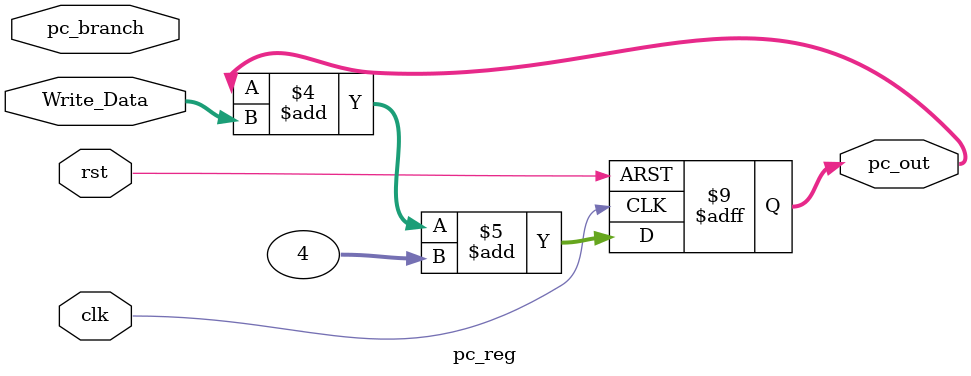
<source format=sv>

module pc_reg
#(
    parameter BIT_WIDTH=32
)
(
 output logic [BIT_WIDTH-1:0] pc_out,
 input logic  [BIT_WIDTH-1:0] Write_Data,
 input logic pc_branch,clk,rst
);

logic [BIT_WIDTH-1:0] reg_branch;

always_comb
begin
 if(pc_branch) begin
  reg_branch=Write_Data;
 end
 else begin
  reg_branch=32'h0;
end
end


always @ (posedge clk or negedge rst)
begin
 if (!rst)
  begin
   pc_out<=0;
  end
  else
  begin
     pc_out<=pc_out+Write_Data+32'h4;
  end 
end //always

endmodule

</source>
